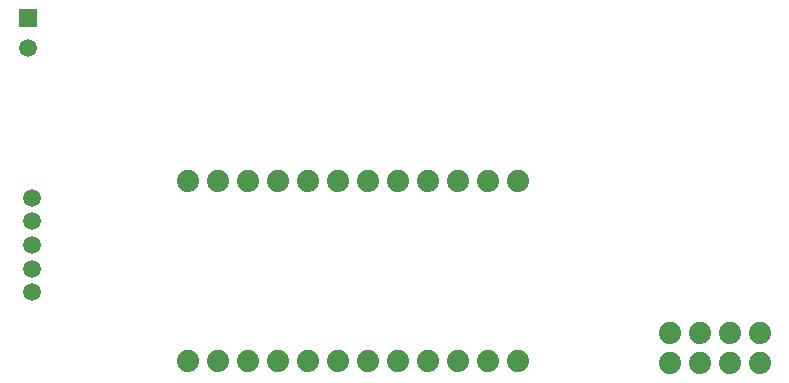
<source format=gtl>
G04 Layer_Physical_Order=1*
G04 Layer_Color=255*
%FSAX24Y24*%
%MOIN*%
G70*
G01*
G75*
%ADD10R,0.0591X0.0591*%
%ADD11C,0.0591*%
%ADD12C,0.0740*%
D10*
X002100Y014300D02*
D03*
D11*
Y013300D02*
D03*
X002250Y008300D02*
D03*
Y007513D02*
D03*
Y006725D02*
D03*
Y005938D02*
D03*
Y005150D02*
D03*
D12*
X018450Y002850D02*
D03*
X017450D02*
D03*
X016450D02*
D03*
X015450D02*
D03*
X014450D02*
D03*
X013450D02*
D03*
X012450D02*
D03*
X011450D02*
D03*
X010450D02*
D03*
X009450D02*
D03*
X008450D02*
D03*
X007450D02*
D03*
X018450Y008850D02*
D03*
X017450D02*
D03*
X016450D02*
D03*
X015450D02*
D03*
X014450D02*
D03*
X013450D02*
D03*
X012450D02*
D03*
X011450D02*
D03*
X010450D02*
D03*
X009450D02*
D03*
X008450D02*
D03*
X007450D02*
D03*
X026500Y003800D02*
D03*
X025500D02*
D03*
X024500D02*
D03*
X023500D02*
D03*
X026500Y002800D02*
D03*
X025500D02*
D03*
X024500D02*
D03*
X023500D02*
D03*
M02*

</source>
